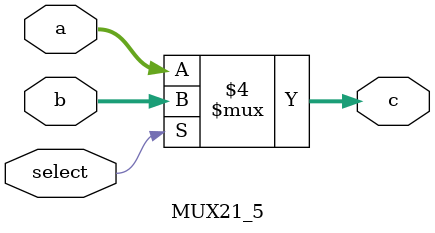
<source format=v>
`timescale 1ns / 1ps
module MUX21_5(input [4:0] a, input [4:0] b, input select, output reg [4:0] c);

	always@(*)
	begin
	if(!select)
	begin
	c = a;
	end
	else 
	begin
	c =b;
	end
	end

endmodule
</source>
